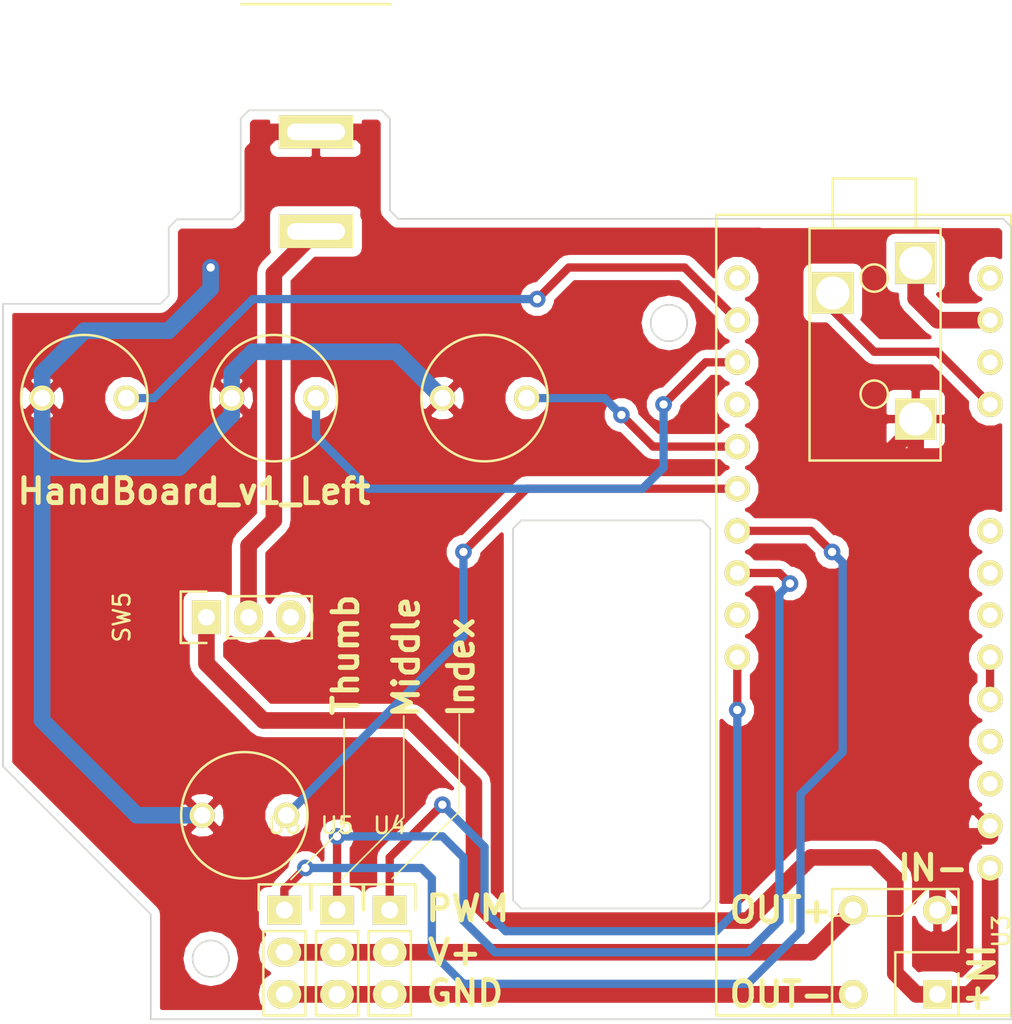
<source format=kicad_pcb>
(kicad_pcb (version 4) (host pcbnew 4.0.1-stable)

  (general
    (links 27)
    (no_connects 0)
    (area 96.561099 85.319599 157.461101 140.209601)
    (thickness 1.6)
    (drawings 51)
    (tracks 141)
    (zones 0)
    (modules 12)
    (nets 25)
  )

  (page A4)
  (layers
    (0 F.Cu signal)
    (31 B.Cu signal)
    (32 B.Adhes user hide)
    (33 F.Adhes user hide)
    (34 B.Paste user hide)
    (35 F.Paste user hide)
    (36 B.SilkS user)
    (37 F.SilkS user)
    (38 B.Mask user hide)
    (39 F.Mask user hide)
    (40 Dwgs.User user hide)
    (41 Cmts.User user hide)
    (42 Eco1.User user hide)
    (43 Eco2.User user hide)
    (44 Edge.Cuts user)
    (45 Margin user hide)
    (46 B.CrtYd user hide)
    (47 F.CrtYd user hide)
    (48 B.Fab user hide)
    (49 F.Fab user hide)
  )

  (setup
    (last_trace_width 0.5)
    (user_trace_width 0.5)
    (user_trace_width 1)
    (trace_clearance 0.2)
    (zone_clearance 0.508)
    (zone_45_only yes)
    (trace_min 0.2)
    (segment_width 0.1)
    (edge_width 0.1)
    (via_size 1)
    (via_drill 0.5)
    (via_min_size 0.4)
    (via_min_drill 0.4)
    (user_via 1 0.4)
    (user_via 1.5 0.4)
    (uvia_size 0.3)
    (uvia_drill 0.1)
    (uvias_allowed no)
    (uvia_min_size 0.2)
    (uvia_min_drill 0.1)
    (pcb_text_width 0.3)
    (pcb_text_size 1.5 1.5)
    (mod_edge_width 0.15)
    (mod_text_size 1 1)
    (mod_text_width 0.15)
    (pad_size 2 4.5)
    (pad_drill 1)
    (pad_to_mask_clearance 0.1)
    (solder_mask_min_width 0.1)
    (aux_axis_origin 157.4711 80.7836)
    (grid_origin 156.1211 84.6836)
    (visible_elements 7FFCDE09)
    (pcbplotparams
      (layerselection 0x010f0_80000001)
      (usegerberextensions true)
      (excludeedgelayer true)
      (linewidth 0.100000)
      (plotframeref false)
      (viasonmask false)
      (mode 1)
      (useauxorigin false)
      (hpglpennumber 1)
      (hpglpenspeed 20)
      (hpglpendiameter 15)
      (hpglpenoverlay 2)
      (psnegative false)
      (psa4output false)
      (plotreference false)
      (plotvalue false)
      (plotinvisibletext false)
      (padsonsilk false)
      (subtractmaskfromsilk false)
      (outputformat 1)
      (mirror false)
      (drillshape 0)
      (scaleselection 1)
      (outputdirectory 160229HandBoard_v1_2/))
  )

  (net 0 "")
  (net 1 "Net-(CON1-Pad1)")
  (net 2 "Net-(SW5-Pad1)")
  (net 3 "Net-(SW5-Pad3)")
  (net 4 "Net-(U1-Pad4)")
  (net 5 "Net-(U1-Pad2)")
  (net 6 "Net-(U2-Pad5V)")
  (net 7 "Net-(U2-PadNC)")
  (net 8 "Net-(U2-Pad13)")
  (net 9 "Net-(U2-Pad3)")
  (net 10 "Net-(U2-Pad5)")
  (net 11 "Net-(U2-Pad6)")
  (net 12 "Net-(U2-Pad12)")
  (net 13 "Net-(U3-Pad3)")
  (net 14 "Net-(U3-Pad4)")
  (net 15 "Net-(SW1:MAX1-Pad2)")
  (net 16 "Net-(CON1-Pad2)")
  (net 17 /SW_OPEN)
  (net 18 /SW_MODE)
  (net 19 /SW_PINCH)
  (net 20 "Net-(U2-PadA3)")
  (net 21 "Net-(U2-PadA4)")
  (net 22 "Net-(U2-PadA5)")
  (net 23 "Net-(U2-PadA6)")
  (net 24 "Net-(U2-PadRST)")

  (net_class Default "これは標準のネット クラスです。"
    (clearance 0.2)
    (trace_width 0.5)
    (via_dia 1)
    (via_drill 0.5)
    (uvia_dia 0.3)
    (uvia_drill 0.1)
    (add_net /SW_MODE)
    (add_net /SW_OPEN)
    (add_net /SW_PINCH)
    (add_net "Net-(CON1-Pad1)")
    (add_net "Net-(CON1-Pad2)")
    (add_net "Net-(SW1:MAX1-Pad2)")
    (add_net "Net-(SW5-Pad1)")
    (add_net "Net-(SW5-Pad3)")
    (add_net "Net-(U1-Pad2)")
    (add_net "Net-(U1-Pad4)")
    (add_net "Net-(U2-Pad12)")
    (add_net "Net-(U2-Pad13)")
    (add_net "Net-(U2-Pad3)")
    (add_net "Net-(U2-Pad5)")
    (add_net "Net-(U2-Pad5V)")
    (add_net "Net-(U2-Pad6)")
    (add_net "Net-(U2-PadA3)")
    (add_net "Net-(U2-PadA4)")
    (add_net "Net-(U2-PadA5)")
    (add_net "Net-(U2-PadA6)")
    (add_net "Net-(U2-PadNC)")
    (add_net "Net-(U2-PadRST)")
    (add_net "Net-(U3-Pad3)")
    (add_net "Net-(U3-Pad4)")
  )

  (net_class Custom01 ""
    (clearance 0.2)
    (trace_width 1)
    (via_dia 2)
    (via_drill 0.5)
    (uvia_dia 0.3)
    (uvia_drill 0.1)
  )

  (module HACKberry_v1:Arduino_Micro (layer F.Cu) (tedit 575568DF) (tstamp 57556C65)
    (at 148.5011 115.7986 180)
    (path /55C4A094)
    (fp_text reference U2 (at 0 0.5 180) (layer F.SilkS) hide
      (effects (font (size 1 1) (thickness 0.15)))
    )
    (fp_text value Arduino_Micro (at 0 -0.5 180) (layer F.Fab)
      (effects (font (size 1 1) (thickness 0.15)))
    )
    (fp_line (start -8.89 24.13) (end -8.89 -24.13) (layer F.SilkS) (width 0.15))
    (fp_line (start -8.89 -24.13) (end 8.89 -24.13) (layer F.SilkS) (width 0.15))
    (fp_line (start 8.89 -24.13) (end 8.89 24.13) (layer F.SilkS) (width 0.15))
    (fp_line (start 8.89 24.13) (end -8.89 24.13) (layer F.SilkS) (width 0.15))
    (pad 9 thru_hole circle (at 7.62 12.7 180) (size 1.524 1.524) (drill 0.9) (layers *.Cu *.Mask F.SilkS))
    (pad 3 thru_hole circle (at 7.62 -2.54 180) (size 1.524 1.524) (drill 0.9) (layers *.Cu *.Mask F.SilkS)
      (net 9 "Net-(U2-Pad3)"))
    (pad VIN thru_hole circle (at -7.62 -15.24 180) (size 1.524 1.524) (drill 0.9) (layers *.Cu *.Mask F.SilkS)
      (net 2 "Net-(SW5-Pad1)"))
    (pad GND thru_hole circle (at -7.62 -12.7 180) (size 1.524 1.524) (drill 0.9) (layers *.Cu *.Mask F.SilkS)
      (net 16 "Net-(CON1-Pad2)"))
    (pad RST thru_hole circle (at -7.62 -10.16 180) (size 1.524 1.524) (drill 0.9) (layers *.Cu *.Mask F.SilkS)
      (net 24 "Net-(U2-PadRST)"))
    (pad 5V thru_hole circle (at -7.62 -7.62 180) (size 1.524 1.524) (drill 0.9) (layers *.Cu *.Mask F.SilkS)
      (net 6 "Net-(U2-Pad5V)"))
    (pad NC thru_hole circle (at -7.62 -5.08 180) (size 1.524 1.524) (drill 0.9) (layers *.Cu *.Mask F.SilkS)
      (net 7 "Net-(U2-PadNC)"))
    (pad NC thru_hole circle (at -7.62 -2.54 180) (size 1.524 1.524) (drill 0.9) (layers *.Cu *.Mask F.SilkS)
      (net 7 "Net-(U2-PadNC)"))
    (pad 13 thru_hole circle (at -7.62 20.32 180) (size 1.524 1.524) (drill 0.9) (layers *.Cu *.Mask F.SilkS)
      (net 8 "Net-(U2-Pad13)"))
    (pad 3V3 thru_hole circle (at -7.62 17.78 180) (size 1.524 1.524) (drill 0.9) (layers *.Cu *.Mask F.SilkS)
      (net 5 "Net-(U1-Pad2)"))
    (pad AREF thru_hole circle (at -7.62 15.24 180) (size 1.524 1.524) (drill 0.9) (layers *.Cu *.Mask F.SilkS))
    (pad A0 thru_hole circle (at -7.62 12.7 180) (size 1.524 1.524) (drill 0.9) (layers *.Cu *.Mask F.SilkS)
      (net 4 "Net-(U1-Pad4)"))
    (pad A3 thru_hole circle (at -7.62 5.08 180) (size 1.524 1.524) (drill 0.9) (layers *.Cu *.Mask F.SilkS)
      (net 20 "Net-(U2-PadA3)"))
    (pad A4 thru_hole circle (at -7.62 2.54 180) (size 1.524 1.524) (drill 0.9) (layers *.Cu *.Mask F.SilkS)
      (net 21 "Net-(U2-PadA4)"))
    (pad A5 thru_hole circle (at -7.62 0 180) (size 1.524 1.524) (drill 0.9) (layers *.Cu *.Mask F.SilkS)
      (net 22 "Net-(U2-PadA5)"))
    (pad 3 thru_hole circle (at 7.62 -2.54 180) (size 1.524 1.524) (drill 0.762) (layers *.Cu *.Mask F.SilkS)
      (net 9 "Net-(U2-Pad3)"))
    (pad A6 thru_hole circle (at 7.62 0 180) (size 1.524 1.524) (drill 0.9) (layers *.Cu *.Mask F.SilkS)
      (net 23 "Net-(U2-PadA6)"))
    (pad 5 thru_hole circle (at 7.62 2.54 180) (size 1.524 1.524) (drill 0.9) (layers *.Cu *.Mask F.SilkS)
      (net 10 "Net-(U2-Pad5)"))
    (pad 6 thru_hole circle (at 7.62 5.08 180) (size 1.524 1.524) (drill 0.9) (layers *.Cu *.Mask F.SilkS)
      (net 11 "Net-(U2-Pad6)"))
    (pad 7 thru_hole circle (at 7.62 7.62 180) (size 1.524 1.524) (drill 0.9) (layers *.Cu *.Mask F.SilkS)
      (net 19 /SW_PINCH))
    (pad 8 thru_hole circle (at 7.62 10.16 180) (size 1.524 1.524) (drill 0.9) (layers *.Cu *.Mask F.SilkS)
      (net 18 /SW_MODE))
    (pad 10 thru_hole circle (at 7.62 15.24 180) (size 1.524 1.524) (drill 0.9) (layers *.Cu *.Mask F.SilkS)
      (net 17 /SW_OPEN))
    (pad 11 thru_hole circle (at 7.62 17.78 180) (size 1.524 1.524) (drill 0.9) (layers *.Cu *.Mask F.SilkS)
      (net 15 "Net-(SW1:MAX1-Pad2)"))
    (pad 12 thru_hole circle (at 7.62 20.32 180) (size 1.524 1.524) (drill 0.9) (layers *.Cu *.Mask F.SilkS)
      (net 12 "Net-(U2-Pad12)"))
  )

  (module HACKberry_v1:SKRGAQ0010 (layer F.Cu) (tedit 56333A90) (tstamp 55951BFF)
    (at 101.5111 102.7176 90)
    (path /555F3438)
    (fp_text reference SW1:MAX1 (at 0 5.08 90) (layer F.SilkS) hide
      (effects (font (size 1 1) (thickness 0.15)))
    )
    (fp_text value SW_PUSH_SKRGAQD010 (at 0 -5.08 90) (layer F.Fab)
      (effects (font (size 1 1) (thickness 0.15)))
    )
    (fp_circle (center 0 0) (end 0 -3.81) (layer F.SilkS) (width 0.15))
    (pad 1 thru_hole circle (at 0 -2.54 90) (size 1.524 1.524) (drill 1) (layers *.Cu *.Mask F.SilkS)
      (net 16 "Net-(CON1-Pad2)"))
    (pad 2 thru_hole circle (at 0 2.54 90) (size 1.524 1.524) (drill 1) (layers *.Cu *.Mask F.SilkS)
      (net 15 "Net-(SW1:MAX1-Pad2)"))
  )

  (module HACKberry_v1:SKRGAQ0010 (layer F.Cu) (tedit 56333A84) (tstamp 55951C05)
    (at 112.9411 102.7176 90)
    (path /555F3584)
    (fp_text reference SW2:MIN1 (at 0 5.08 90) (layer F.SilkS) hide
      (effects (font (size 1 1) (thickness 0.15)))
    )
    (fp_text value SW_PUSH_SKRGAQD010 (at 0 -5.08 90) (layer F.Fab)
      (effects (font (size 1 1) (thickness 0.15)))
    )
    (fp_circle (center 0 0) (end 0 -3.81) (layer F.SilkS) (width 0.15))
    (pad 1 thru_hole circle (at 0 -2.54 90) (size 1.524 1.524) (drill 1) (layers *.Cu *.Mask F.SilkS)
      (net 16 "Net-(CON1-Pad2)"))
    (pad 2 thru_hole circle (at 0 2.54 90) (size 1.524 1.524) (drill 1) (layers *.Cu *.Mask F.SilkS)
      (net 17 /SW_OPEN))
  )

  (module HACKberry_v1:SKRGAQ0010 (layer F.Cu) (tedit 56333A76) (tstamp 55951C0B)
    (at 125.6411 102.7176 90)
    (path /555F35CD)
    (fp_text reference SW3:Thumb1 (at 0 5.08 90) (layer F.SilkS) hide
      (effects (font (size 1 1) (thickness 0.15)))
    )
    (fp_text value SW_PUSH_SKRGAQD010 (at 0 -5.08 90) (layer F.Fab)
      (effects (font (size 1 1) (thickness 0.15)))
    )
    (fp_circle (center 0 0) (end 0 -3.81) (layer F.SilkS) (width 0.15))
    (pad 1 thru_hole circle (at 0 -2.54 90) (size 1.524 1.524) (drill 1) (layers *.Cu *.Mask F.SilkS)
      (net 16 "Net-(CON1-Pad2)"))
    (pad 2 thru_hole circle (at 0 2.54 90) (size 1.524 1.524) (drill 1) (layers *.Cu *.Mask F.SilkS)
      (net 18 /SW_MODE))
  )

  (module HACKberry_v1:SKRGAQ0010 (layer F.Cu) (tedit 5633399F) (tstamp 55951C11)
    (at 111.1631 127.8636 90)
    (path /55950644)
    (fp_text reference SW4:Middle1 (at 0 5.08 90) (layer F.SilkS) hide
      (effects (font (size 1 1) (thickness 0.15)))
    )
    (fp_text value SW_PUSH_SKRGAQD010 (at 0 -5.08 90) (layer F.Fab)
      (effects (font (size 1 1) (thickness 0.15)))
    )
    (fp_circle (center 0 0) (end 0 -3.81) (layer F.SilkS) (width 0.15))
    (pad 1 thru_hole circle (at 0 -2.54 90) (size 1.524 1.524) (drill 1) (layers *.Cu *.Mask F.SilkS)
      (net 16 "Net-(CON1-Pad2)"))
    (pad 2 thru_hole circle (at 0 2.54 90) (size 1.524 1.524) (drill 1) (layers *.Cu *.Mask F.SilkS)
      (net 19 /SW_PINCH))
  )

  (module Pin_Headers:Pin_Header_Straight_1x03 (layer F.Cu) (tedit 56333FF5) (tstamp 55951732)
    (at 108.8771 115.9256 90)
    (descr "Through hole pin header")
    (tags "pin header")
    (path /555F35ED)
    (fp_text reference SW5 (at 0 -5.1 90) (layer F.SilkS)
      (effects (font (size 1 1) (thickness 0.15)))
    )
    (fp_text value SWITCH_SS-12SDP2 (at 0 -3.1 90) (layer F.Fab)
      (effects (font (size 1 1) (thickness 0.15)))
    )
    (fp_line (start -1.75 -1.75) (end -1.75 6.85) (layer F.CrtYd) (width 0.05))
    (fp_line (start 1.75 -1.75) (end 1.75 6.85) (layer F.CrtYd) (width 0.05))
    (fp_line (start -1.75 -1.75) (end 1.75 -1.75) (layer F.CrtYd) (width 0.05))
    (fp_line (start -1.75 6.85) (end 1.75 6.85) (layer F.CrtYd) (width 0.05))
    (fp_line (start -1.27 1.27) (end -1.27 6.35) (layer F.SilkS) (width 0.15))
    (fp_line (start -1.27 6.35) (end 1.27 6.35) (layer F.SilkS) (width 0.15))
    (fp_line (start 1.27 6.35) (end 1.27 1.27) (layer F.SilkS) (width 0.15))
    (fp_line (start 1.55 -1.55) (end 1.55 0) (layer F.SilkS) (width 0.15))
    (fp_line (start 1.27 1.27) (end -1.27 1.27) (layer F.SilkS) (width 0.15))
    (fp_line (start -1.55 0) (end -1.55 -1.55) (layer F.SilkS) (width 0.15))
    (fp_line (start -1.55 -1.55) (end 1.55 -1.55) (layer F.SilkS) (width 0.15))
    (pad 1 thru_hole rect (at 0 0 90) (size 2.032 1.7272) (drill 1) (layers *.Cu *.Mask F.SilkS)
      (net 2 "Net-(SW5-Pad1)"))
    (pad 2 thru_hole oval (at 0 2.54 90) (size 2.032 1.7272) (drill 1) (layers *.Cu *.Mask F.SilkS)
      (net 1 "Net-(CON1-Pad1)"))
    (pad 3 thru_hole oval (at 0 5.08 90) (size 2.032 1.7272) (drill 1) (layers *.Cu *.Mask F.SilkS)
      (net 3 "Net-(SW5-Pad3)"))
    (model Pin_Headers.3dshapes/Pin_Header_Straight_1x03.wrl
      (at (xyz 0 -0.1 0))
      (scale (xyz 1 1 1))
      (rotate (xyz 0 0 90))
    )
  )

  (module HACKberry_v1:MJ179PH (layer F.Cu) (tedit 5755548F) (tstamp 575186F0)
    (at 115.4811 78.9686 270)
    (path /55C49688)
    (fp_text reference CON1 (at 13.7 3.75 270) (layer F.SilkS) hide
      (effects (font (size 1 1) (thickness 0.15)))
    )
    (fp_text value BARREL_JACK (at 13.5 -7.25 270) (layer F.Fab)
      (effects (font (size 1 1) (thickness 0.15)))
    )
    (fp_line (start 0 -4.5) (end 0 4.5) (layer F.SilkS) (width 0.15))
    (pad 2 thru_hole rect (at 7.7 0 270) (size 2 4.5) (drill oval 1 3.5) (layers *.Cu *.Mask F.SilkS)
      (net 16 "Net-(CON1-Pad2)"))
    (pad 1 thru_hole rect (at 13.7 0 270) (size 2 4.5) (drill oval 1 3.5) (layers *.Cu *.Mask F.SilkS)
      (net 1 "Net-(CON1-Pad1)"))
  )

  (module Pin_Headers:Pin_Header_Straight_1x03 (layer F.Cu) (tedit 0) (tstamp 57518722)
    (at 119.9261 133.5786)
    (descr "Through hole pin header")
    (tags "pin header")
    (path /55C4A9EF)
    (fp_text reference U4 (at 0 -5.1) (layer F.SilkS)
      (effects (font (size 1 1) (thickness 0.15)))
    )
    (fp_text value Servo_Motor_S03N (at 0 -3.1) (layer F.Fab)
      (effects (font (size 1 1) (thickness 0.15)))
    )
    (fp_line (start -1.75 -1.75) (end -1.75 6.85) (layer F.CrtYd) (width 0.05))
    (fp_line (start 1.75 -1.75) (end 1.75 6.85) (layer F.CrtYd) (width 0.05))
    (fp_line (start -1.75 -1.75) (end 1.75 -1.75) (layer F.CrtYd) (width 0.05))
    (fp_line (start -1.75 6.85) (end 1.75 6.85) (layer F.CrtYd) (width 0.05))
    (fp_line (start -1.27 1.27) (end -1.27 6.35) (layer F.SilkS) (width 0.15))
    (fp_line (start -1.27 6.35) (end 1.27 6.35) (layer F.SilkS) (width 0.15))
    (fp_line (start 1.27 6.35) (end 1.27 1.27) (layer F.SilkS) (width 0.15))
    (fp_line (start 1.55 -1.55) (end 1.55 0) (layer F.SilkS) (width 0.15))
    (fp_line (start 1.27 1.27) (end -1.27 1.27) (layer F.SilkS) (width 0.15))
    (fp_line (start -1.55 0) (end -1.55 -1.55) (layer F.SilkS) (width 0.15))
    (fp_line (start -1.55 -1.55) (end 1.55 -1.55) (layer F.SilkS) (width 0.15))
    (pad 1 thru_hole rect (at 0 0) (size 2.032 1.7272) (drill 1.016) (layers *.Cu *.Mask F.SilkS)
      (net 9 "Net-(U2-Pad3)"))
    (pad 2 thru_hole oval (at 0 2.54) (size 2.032 1.7272) (drill 1.016) (layers *.Cu *.Mask F.SilkS)
      (net 14 "Net-(U3-Pad4)"))
    (pad 3 thru_hole oval (at 0 5.08) (size 2.032 1.7272) (drill 1.016) (layers *.Cu *.Mask F.SilkS)
      (net 13 "Net-(U3-Pad3)"))
    (model Pin_Headers.3dshapes/Pin_Header_Straight_1x03.wrl
      (at (xyz 0 -0.1 0))
      (scale (xyz 1 1 1))
      (rotate (xyz 0 0 90))
    )
  )

  (module Pin_Headers:Pin_Header_Straight_1x03 (layer F.Cu) (tedit 0) (tstamp 57518729)
    (at 116.7511 133.5786)
    (descr "Through hole pin header")
    (tags "pin header")
    (path /55C4ACAA)
    (fp_text reference U5 (at 0 -5.1) (layer F.SilkS)
      (effects (font (size 1 1) (thickness 0.15)))
    )
    (fp_text value Servo_Motor_ES08MD (at 0 -3.1) (layer F.Fab)
      (effects (font (size 1 1) (thickness 0.15)))
    )
    (fp_line (start -1.75 -1.75) (end -1.75 6.85) (layer F.CrtYd) (width 0.05))
    (fp_line (start 1.75 -1.75) (end 1.75 6.85) (layer F.CrtYd) (width 0.05))
    (fp_line (start -1.75 -1.75) (end 1.75 -1.75) (layer F.CrtYd) (width 0.05))
    (fp_line (start -1.75 6.85) (end 1.75 6.85) (layer F.CrtYd) (width 0.05))
    (fp_line (start -1.27 1.27) (end -1.27 6.35) (layer F.SilkS) (width 0.15))
    (fp_line (start -1.27 6.35) (end 1.27 6.35) (layer F.SilkS) (width 0.15))
    (fp_line (start 1.27 6.35) (end 1.27 1.27) (layer F.SilkS) (width 0.15))
    (fp_line (start 1.55 -1.55) (end 1.55 0) (layer F.SilkS) (width 0.15))
    (fp_line (start 1.27 1.27) (end -1.27 1.27) (layer F.SilkS) (width 0.15))
    (fp_line (start -1.55 0) (end -1.55 -1.55) (layer F.SilkS) (width 0.15))
    (fp_line (start -1.55 -1.55) (end 1.55 -1.55) (layer F.SilkS) (width 0.15))
    (pad 1 thru_hole rect (at 0 0) (size 2.032 1.7272) (drill 1.016) (layers *.Cu *.Mask F.SilkS)
      (net 10 "Net-(U2-Pad5)"))
    (pad 2 thru_hole oval (at 0 2.54) (size 2.032 1.7272) (drill 1.016) (layers *.Cu *.Mask F.SilkS)
      (net 14 "Net-(U3-Pad4)"))
    (pad 3 thru_hole oval (at 0 5.08) (size 2.032 1.7272) (drill 1.016) (layers *.Cu *.Mask F.SilkS)
      (net 13 "Net-(U3-Pad3)"))
    (model Pin_Headers.3dshapes/Pin_Header_Straight_1x03.wrl
      (at (xyz 0 -0.1 0))
      (scale (xyz 1 1 1))
      (rotate (xyz 0 0 90))
    )
  )

  (module Pin_Headers:Pin_Header_Straight_1x03 (layer F.Cu) (tedit 0) (tstamp 57518730)
    (at 113.5761 133.5786)
    (descr "Through hole pin header")
    (tags "pin header")
    (path /55C4ACE8)
    (fp_text reference U6 (at 0 -5.1) (layer F.SilkS)
      (effects (font (size 1 1) (thickness 0.15)))
    )
    (fp_text value Servo_Motor_ES08MD (at 0 -3.1) (layer F.Fab)
      (effects (font (size 1 1) (thickness 0.15)))
    )
    (fp_line (start -1.75 -1.75) (end -1.75 6.85) (layer F.CrtYd) (width 0.05))
    (fp_line (start 1.75 -1.75) (end 1.75 6.85) (layer F.CrtYd) (width 0.05))
    (fp_line (start -1.75 -1.75) (end 1.75 -1.75) (layer F.CrtYd) (width 0.05))
    (fp_line (start -1.75 6.85) (end 1.75 6.85) (layer F.CrtYd) (width 0.05))
    (fp_line (start -1.27 1.27) (end -1.27 6.35) (layer F.SilkS) (width 0.15))
    (fp_line (start -1.27 6.35) (end 1.27 6.35) (layer F.SilkS) (width 0.15))
    (fp_line (start 1.27 6.35) (end 1.27 1.27) (layer F.SilkS) (width 0.15))
    (fp_line (start 1.55 -1.55) (end 1.55 0) (layer F.SilkS) (width 0.15))
    (fp_line (start 1.27 1.27) (end -1.27 1.27) (layer F.SilkS) (width 0.15))
    (fp_line (start -1.55 0) (end -1.55 -1.55) (layer F.SilkS) (width 0.15))
    (fp_line (start -1.55 -1.55) (end 1.55 -1.55) (layer F.SilkS) (width 0.15))
    (pad 1 thru_hole rect (at 0 0) (size 2.032 1.7272) (drill 1.016) (layers *.Cu *.Mask F.SilkS)
      (net 11 "Net-(U2-Pad6)"))
    (pad 2 thru_hole oval (at 0 2.54) (size 2.032 1.7272) (drill 1.016) (layers *.Cu *.Mask F.SilkS)
      (net 14 "Net-(U3-Pad4)"))
    (pad 3 thru_hole oval (at 0 5.08) (size 2.032 1.7272) (drill 1.016) (layers *.Cu *.Mask F.SilkS)
      (net 13 "Net-(U3-Pad3)"))
    (model Pin_Headers.3dshapes/Pin_Header_Straight_1x03.wrl
      (at (xyz 0 -0.1 0))
      (scale (xyz 1 1 1))
      (rotate (xyz 0 0 90))
    )
  )

  (module HACKberry_v1:Pin_Header_Straight_2x02_Left_DCDC (layer F.Cu) (tedit 575566D3) (tstamp 57556A42)
    (at 151.6761 134.8486 270)
    (descr "Through hole pin header")
    (tags "pin header")
    (path /55C499A9)
    (fp_text reference U3 (at 0 -5.1 270) (layer F.SilkS)
      (effects (font (size 1 1) (thickness 0.15)))
    )
    (fp_text value "Seed_Studio_Adjustable_DC/DC_Power_Converter_(1.25V_-_35V/3A)" (at 0 -3.81 270) (layer F.Fab)
      (effects (font (size 1 1) (thickness 0.15)))
    )
    (fp_line (start 2.54 -2.54) (end 5.08 -2.54) (layer F.SilkS) (width 0.15))
    (fp_line (start 5.08 -2.54) (end 5.08 0) (layer F.SilkS) (width 0.15))
    (fp_line (start -2.54 -2.54) (end -2.54 5.08) (layer F.SilkS) (width 0.15))
    (fp_line (start -2.54 5.08) (end 5.08 5.08) (layer F.SilkS) (width 0.15))
    (fp_line (start 5.08 5.08) (end 5.08 1.27) (layer F.SilkS) (width 0.15))
    (fp_line (start 5.08 1.27) (end 1.27 1.27) (layer F.SilkS) (width 0.15))
    (fp_line (start 1.27 1.27) (end 1.27 -2.54) (layer F.SilkS) (width 0.15))
    (fp_line (start 1.27 -2.54) (end -2.54 -2.54) (layer F.SilkS) (width 0.15))
    (pad 1 thru_hole rect (at 3.81 -1.27 270) (size 1.7272 1.7272) (drill 1.016) (layers *.Cu *.Mask F.SilkS)
      (net 2 "Net-(SW5-Pad1)"))
    (pad 2 thru_hole oval (at -1.27 -1.27 270) (size 1.7272 1.7272) (drill 1.016) (layers *.Cu *.Mask F.SilkS)
      (net 16 "Net-(CON1-Pad2)"))
    (pad 3 thru_hole oval (at 3.81 3.81 270) (size 1.7272 1.7272) (drill 1.016) (layers *.Cu *.Mask F.SilkS)
      (net 13 "Net-(U3-Pad3)"))
    (pad 4 thru_hole oval (at -1.27 3.81 270) (size 1.7272 1.7272) (drill 1.016) (layers *.Cu *.Mask F.SilkS)
      (net 14 "Net-(U3-Pad4)"))
    (model Pin_Headers.3dshapes/Pin_Header_Straight_2x02.wrl
      (at (xyz 0.05 -0.05 0))
      (scale (xyz 1 1 1))
      (rotate (xyz 0 0 90))
    )
  )

  (module HACKberry_v1:MINIATURE_JACK_MJ-4535-3 (layer F.Cu) (tedit 56332A45) (tstamp 57556B87)
    (at 149.1361 95.4786 90)
    (path /55C4B2D6)
    (fp_text reference U1 (at 0 3.81 90) (layer F.SilkS) hide
      (effects (font (size 1 1) (thickness 0.15)))
    )
    (fp_text value 3-CONDUCTOR_MINIATUIRE_JACK_MJ-4535-3-RESCUE-HandBoard_v1 (at 0 -5 90) (layer F.Fab)
      (effects (font (size 1 1) (thickness 0.15)))
    )
    (fp_line (start 3 -3.9) (end -11 -3.9) (layer F.SilkS) (width 0.15))
    (fp_line (start -11 -3.9) (end -11 4) (layer F.SilkS) (width 0.15))
    (fp_line (start -11 4) (end 3 4) (layer F.SilkS) (width 0.15))
    (fp_line (start 3 4) (end 3 -3.9) (layer F.SilkS) (width 0.15))
    (fp_line (start 6 2.5) (end 3 2.5) (layer F.SilkS) (width 0.15))
    (fp_line (start 6 -2.5) (end 6 2.5) (layer F.SilkS) (width 0.15))
    (fp_line (start 3 -2.5) (end 6 -2.5) (layer F.SilkS) (width 0.15))
    (fp_circle (center -7 0) (end -6.8 0.8) (layer F.SilkS) (width 0.15))
    (fp_circle (center 0 0) (end -0.2 0.8) (layer F.SilkS) (width 0.15))
    (pad 4 thru_hole rect (at -0.9 -2.5 90) (size 2.5 2.5) (drill oval 2) (layers *.Cu *.Mask F.SilkS)
      (net 4 "Net-(U1-Pad4)"))
    (pad 2 thru_hole rect (at 0.9 2.5 90) (size 2.5 2.5) (drill oval 2) (layers *.Cu *.Mask F.SilkS)
      (net 5 "Net-(U1-Pad2)"))
    (pad 1 thru_hole rect (at -8.5 2.5 90) (size 2.5 2.5) (drill oval 2) (layers *.Cu *.Mask F.SilkS)
      (net 16 "Net-(CON1-Pad2)"))
  )

  (gr_line (start 124.1211 127.6336) (end 124.1211 121.7836) (angle 90) (layer F.SilkS) (width 0.1))
  (gr_line (start 120.0711 131.6836) (end 124.1211 127.6336) (angle 90) (layer F.SilkS) (width 0.1))
  (gr_line (start 120.7711 127.9836) (end 120.7711 121.8836) (angle 90) (layer F.SilkS) (width 0.1))
  (gr_line (start 117.0211 131.7336) (end 120.7711 127.9836) (angle 90) (layer F.SilkS) (width 0.1))
  (gr_line (start 117.1711 128.5336) (end 113.9711 131.7336) (angle 90) (layer F.SilkS) (width 0.1))
  (gr_line (start 117.1711 122.0336) (end 117.1711 128.5336) (angle 90) (layer F.SilkS) (width 0.1))
  (gr_text HandBoard_v1_Left (at 97.3211 108.3336) (layer F.SilkS)
    (effects (font (size 1.5 1.5) (thickness 0.3)) (justify left))
  )
  (gr_text IN- (at 150.4061 131.0386) (layer F.SilkS)
    (effects (font (size 1.5 1.5) (thickness 0.3)) (justify left))
  )
  (gr_text PWM (at 121.9711 133.4836) (layer F.SilkS)
    (effects (font (size 1.5 1.5) (thickness 0.3)) (justify left))
  )
  (gr_text V+ (at 122.0711 136.1336) (layer F.SilkS)
    (effects (font (size 1.5 1.5) (thickness 0.3)) (justify left))
  )
  (gr_text GND (at 121.9711 138.5836) (layer F.SilkS)
    (effects (font (size 1.5 1.5) (thickness 0.3)) (justify left))
  )
  (gr_text IN+ (at 155.4861 135.4836 270) (layer F.SilkS)
    (effects (font (size 1.5 1.5) (thickness 0.3)) (justify left))
  )
  (gr_line (start 150.7371 133.9296) (end 152.2871 132.3796) (angle 90) (layer F.SilkS) (width 0.1))
  (gr_line (start 146.4371 133.9296) (end 150.7371 133.9296) (angle 90) (layer F.SilkS) (width 0.1))
  (gr_text OUT- (at 140.2461 138.6586) (layer F.SilkS)
    (effects (font (size 1.5 1.5) (thickness 0.3)) (justify left))
  )
  (gr_text OUT+ (at 140.2461 133.5786) (layer F.SilkS)
    (effects (font (size 1.5 1.5) (thickness 0.3)) (justify left))
  )
  (gr_text Index (at 124.2211 115.7836 90) (layer F.SilkS)
    (effects (font (size 1.5 1.5) (thickness 0.3)) (justify right))
  )
  (gr_text Middle (at 120.9211 114.5336 90) (layer F.SilkS)
    (effects (font (size 1.5 1.5) (thickness 0.3)) (justify right))
  )
  (gr_text Thumb (at 117.2631 114.3936 90) (layer F.SilkS)
    (effects (font (size 1.5 1.5) (thickness 0.3)) (justify right))
  )
  (gr_line (start 119.9411 91.4096) (end 119.9411 85.8696) (angle 90) (layer Edge.Cuts) (width 0.1))
  (gr_line (start 111.4411 85.3696) (end 119.4411 85.3696) (angle 90) (layer Edge.Cuts) (width 0.1))
  (gr_line (start 119.9411 85.8696) (end 119.4411 85.3696) (angle 90) (layer Edge.Cuts) (width 0.1))
  (gr_line (start 110.9411 91.4396) (end 110.9411 85.8696) (angle 90) (layer Edge.Cuts) (width 0.1))
  (gr_line (start 110.9411 85.8696) (end 111.4411 85.3696) (angle 90) (layer Edge.Cuts) (width 0.1))
  (gr_line (start 107.1111 91.9396) (end 110.4411 91.9396) (angle 90) (layer Edge.Cuts) (width 0.1))
  (gr_line (start 110.4411 91.9396) (end 110.9411 91.4396) (angle 90) (layer Edge.Cuts) (width 0.1))
  (gr_line (start 106.6011 96.5396) (end 106.6011 92.4396) (angle 90) (layer Edge.Cuts) (width 0.1))
  (gr_line (start 107.1011 91.9396) (end 107.1111 91.9396) (angle 90) (layer Edge.Cuts) (width 0.1))
  (gr_line (start 106.6011 92.4396) (end 107.1011 91.9396) (angle 90) (layer Edge.Cuts) (width 0.1))
  (gr_line (start 96.6111 97.0296) (end 106.1111 97.0296) (angle 90) (layer Edge.Cuts) (width 0.1))
  (gr_line (start 106.1111 97.0296) (end 106.6011 96.5396) (angle 90) (layer Edge.Cuts) (width 0.1))
  (gr_circle (center 148.5711 118.4836) (end 148.6211 117.6336) (layer Eco1.User) (width 0.1))
  (gr_circle (center 148.5711 125.4836) (end 148.5711 124.6336) (layer Eco1.User) (width 0.1))
  (gr_line (start 157.4111 140.1596) (end 105.5211 140.1596) (angle 90) (layer Edge.Cuts) (width 0.1))
  (gr_line (start 157.4111 92.4096) (end 157.4111 140.1596) (angle 90) (layer Edge.Cuts) (width 0.1))
  (gr_line (start 156.9111 91.9096) (end 157.4111 92.4096) (angle 90) (layer Edge.Cuts) (width 0.1))
  (gr_line (start 120.4411 91.9096) (end 156.9111 91.9096) (angle 90) (layer Edge.Cuts) (width 0.1))
  (gr_line (start 119.9411 91.4096) (end 120.4411 91.9096) (angle 90) (layer Edge.Cuts) (width 0.1))
  (gr_line (start 96.6111 124.9196) (end 96.6111 97.0296) (angle 90) (layer Edge.Cuts) (width 0.1))
  (gr_line (start 105.5211 133.8296) (end 96.6111 124.9196) (angle 90) (layer Edge.Cuts) (width 0.1))
  (gr_line (start 105.5211 140.1596) (end 105.5211 133.8296) (angle 90) (layer Edge.Cuts) (width 0.1))
  (gr_line (start 138.7611 133.4796) (end 127.8511 133.4796) (angle 90) (layer Edge.Cuts) (width 0.1))
  (gr_line (start 139.2511 132.9896) (end 138.7611 133.4796) (angle 90) (layer Edge.Cuts) (width 0.1))
  (gr_line (start 139.2511 110.5896) (end 139.2511 132.9896) (angle 90) (layer Edge.Cuts) (width 0.1))
  (gr_line (start 138.7511 110.0896) (end 139.2511 110.5896) (angle 90) (layer Edge.Cuts) (width 0.1))
  (gr_line (start 127.8511 110.0896) (end 138.7511 110.0896) (angle 90) (layer Edge.Cuts) (width 0.1))
  (gr_line (start 127.3611 110.5796) (end 127.8511 110.0896) (angle 90) (layer Edge.Cuts) (width 0.1))
  (gr_line (start 127.3611 132.9896) (end 127.3611 110.5796) (angle 90) (layer Edge.Cuts) (width 0.1))
  (gr_line (start 127.8511 133.4796) (end 127.3611 132.9896) (angle 90) (layer Edge.Cuts) (width 0.1))
  (gr_circle (center 136.7607 98.1868) (end 137.8607 98.1868) (layer Edge.Cuts) (width 0.1))
  (gr_circle (center 109.1407 136.5068) (end 110.2407 136.5068) (layer Edge.Cuts) (width 0.1))

  (segment (start 111.4171 115.9256) (end 111.4171 111.6076) (width 1) (layer F.Cu) (net 1))
  (segment (start 112.9411 95.2086) (end 115.4811 92.6686) (width 1) (layer F.Cu) (net 1) (tstamp 57556AC4))
  (segment (start 112.9411 110.0836) (end 112.9411 95.2086) (width 1) (layer F.Cu) (net 1) (tstamp 57556AC3))
  (segment (start 111.4171 111.6076) (end 112.9411 110.0836) (width 1) (layer F.Cu) (net 1) (tstamp 57556AC2))
  (segment (start 108.8771 115.9256) (end 108.8771 118.7196) (width 1) (layer F.Cu) (net 2))
  (segment (start 151.6761 138.6586) (end 152.9461 138.6586) (width 1) (layer F.Cu) (net 2) (tstamp 57556ABF))
  (segment (start 150.4061 137.3886) (end 151.6761 138.6586) (width 1) (layer F.Cu) (net 2) (tstamp 57556ABE))
  (segment (start 150.4061 131.6736) (end 150.4061 137.3886) (width 1) (layer F.Cu) (net 2) (tstamp 57556ABD))
  (segment (start 149.1361 130.4036) (end 150.4061 131.6736) (width 1) (layer F.Cu) (net 2) (tstamp 57556ABC))
  (segment (start 145.3261 130.4036) (end 149.1361 130.4036) (width 1) (layer F.Cu) (net 2) (tstamp 57556ABB))
  (segment (start 141.5161 134.2136) (end 145.3261 130.4036) (width 1) (layer F.Cu) (net 2) (tstamp 57556ABA))
  (segment (start 126.2761 134.2136) (end 141.5161 134.2136) (width 1) (layer F.Cu) (net 2) (tstamp 57556AB9))
  (segment (start 125.0061 132.9436) (end 126.2761 134.2136) (width 1) (layer F.Cu) (net 2) (tstamp 57556AB8))
  (segment (start 125.0061 125.9586) (end 125.0061 132.9436) (width 1) (layer F.Cu) (net 2) (tstamp 57556AB7))
  (segment (start 121.1961 122.1486) (end 125.0061 125.9586) (width 1) (layer F.Cu) (net 2) (tstamp 57556AB6))
  (segment (start 112.3061 122.1486) (end 121.1961 122.1486) (width 1) (layer F.Cu) (net 2) (tstamp 57556AB5))
  (segment (start 108.8771 118.7196) (end 112.3061 122.1486) (width 1) (layer F.Cu) (net 2) (tstamp 57556AB4))
  (segment (start 152.9461 138.6586) (end 154.8511 138.6586) (width 1) (layer F.Cu) (net 2))
  (segment (start 156.1211 137.3886) (end 156.1211 131.6736) (width 1) (layer F.Cu) (net 2) (tstamp 57556AA9))
  (segment (start 154.8511 138.6586) (end 156.1211 137.3886) (width 1) (layer F.Cu) (net 2) (tstamp 57556AA8))
  (segment (start 146.6361 96.3786) (end 146.6361 97.4236) (width 0.5) (layer F.Cu) (net 4))
  (segment (start 146.6361 97.4236) (end 149.1361 99.9236) (width 0.5) (layer F.Cu) (net 4) (tstamp 57556C9A))
  (segment (start 149.1361 99.9236) (end 152.9461 99.9236) (width 0.5) (layer F.Cu) (net 4) (tstamp 57556C9B))
  (segment (start 152.9461 99.9236) (end 156.1211 103.0986) (width 0.5) (layer F.Cu) (net 4) (tstamp 57556C9D))
  (segment (start 156.1211 98.0186) (end 152.9461 98.0186) (width 1) (layer F.Cu) (net 5))
  (segment (start 151.6361 96.7086) (end 151.6361 94.5786) (width 1) (layer F.Cu) (net 5) (tstamp 57556C97))
  (segment (start 152.9461 98.0186) (end 151.6361 96.7086) (width 1) (layer F.Cu) (net 5) (tstamp 57556C96))
  (segment (start 156.1211 118.3386) (end 156.1211 120.8786) (width 0.5) (layer F.Cu) (net 7))
  (segment (start 140.8811 118.3386) (end 140.8811 121.5136) (width 0.5) (layer F.Cu) (net 9))
  (segment (start 119.9261 130.4036) (end 119.9261 133.5786) (width 0.5) (layer F.Cu) (net 9) (tstamp 57556CED))
  (segment (start 123.1011 127.2286) (end 119.9261 130.4036) (width 0.5) (layer F.Cu) (net 9) (tstamp 57556CEC))
  (via (at 123.1011 127.2286) (size 1) (drill 0.5) (layers F.Cu B.Cu) (net 9))
  (segment (start 125.6411 129.7686) (end 123.1011 127.2286) (width 0.5) (layer B.Cu) (net 9) (tstamp 57556CE9))
  (segment (start 125.6411 133.5786) (end 125.6411 129.7686) (width 0.5) (layer B.Cu) (net 9) (tstamp 57556CE7))
  (segment (start 126.9111 134.8486) (end 125.6411 133.5786) (width 0.5) (layer B.Cu) (net 9) (tstamp 57556CE5))
  (segment (start 139.6111 134.8486) (end 126.9111 134.8486) (width 0.5) (layer B.Cu) (net 9) (tstamp 57556CE4))
  (segment (start 140.8811 133.5786) (end 139.6111 134.8486) (width 0.5) (layer B.Cu) (net 9) (tstamp 57556CE3))
  (segment (start 140.8811 121.5136) (end 140.8811 133.5786) (width 0.5) (layer B.Cu) (net 9) (tstamp 57556CE2))
  (via (at 140.8811 121.5136) (size 1) (drill 0.5) (layers F.Cu B.Cu) (net 9))
  (segment (start 120.5611 129.1336) (end 117.3861 129.1336) (width 0.5) (layer B.Cu) (net 10))
  (segment (start 143.4211 113.2586) (end 144.0561 113.8936) (width 0.5) (layer F.Cu) (net 10) (tstamp 57556D22))
  (via (at 144.0561 113.8936) (size 1) (drill 0.5) (layers F.Cu B.Cu) (net 10))
  (segment (start 144.0561 113.8936) (end 143.4211 114.5286) (width 0.5) (layer B.Cu) (net 10) (tstamp 57556D25))
  (segment (start 143.4211 114.5286) (end 143.4211 134.2136) (width 0.5) (layer B.Cu) (net 10) (tstamp 57556D26))
  (segment (start 143.4211 134.2136) (end 141.5161 136.1186) (width 0.5) (layer B.Cu) (net 10) (tstamp 57556D27))
  (segment (start 141.5161 136.1186) (end 126.2761 136.1186) (width 0.5) (layer B.Cu) (net 10) (tstamp 57556D28))
  (segment (start 126.2761 136.1186) (end 124.3711 134.2136) (width 0.5) (layer B.Cu) (net 10) (tstamp 57556D29))
  (segment (start 124.3711 134.2136) (end 124.3711 130.4036) (width 0.5) (layer B.Cu) (net 10) (tstamp 57556D2B))
  (segment (start 124.3711 130.4036) (end 123.1011 129.1336) (width 0.5) (layer B.Cu) (net 10) (tstamp 57556D2C))
  (segment (start 123.1011 129.1336) (end 120.5611 129.1336) (width 0.5) (layer B.Cu) (net 10) (tstamp 57556D2D))
  (segment (start 140.8811 113.2586) (end 143.4211 113.2586) (width 0.5) (layer F.Cu) (net 10))
  (segment (start 116.7511 129.1336) (end 116.7511 133.5786) (width 0.5) (layer F.Cu) (net 10) (tstamp 57556D43))
  (via (at 116.7511 129.1336) (size 1) (drill 0.5) (layers F.Cu B.Cu) (net 10))
  (segment (start 117.3861 129.1336) (end 116.7511 129.1336) (width 0.5) (layer B.Cu) (net 10) (tstamp 57556D40))
  (segment (start 140.8811 110.7186) (end 145.3261 110.7186) (width 0.5) (layer F.Cu) (net 11))
  (segment (start 113.5761 132.3086) (end 113.5761 133.5786) (width 0.5) (layer F.Cu) (net 11) (tstamp 57556D5A))
  (segment (start 114.8461 131.0386) (end 113.5761 132.3086) (width 0.5) (layer F.Cu) (net 11) (tstamp 57556D59))
  (via (at 114.8461 131.0386) (size 1) (drill 0.5) (layers F.Cu B.Cu) (net 11))
  (segment (start 121.8311 131.0386) (end 114.8461 131.0386) (width 0.5) (layer B.Cu) (net 11) (tstamp 57556D56))
  (segment (start 122.4661 131.6736) (end 121.8311 131.0386) (width 0.5) (layer B.Cu) (net 11) (tstamp 57556D55))
  (segment (start 122.4661 136.1186) (end 122.4661 131.6736) (width 0.5) (layer B.Cu) (net 11) (tstamp 57556D54))
  (segment (start 124.3711 138.0236) (end 122.4661 136.1186) (width 0.5) (layer B.Cu) (net 11) (tstamp 57556D53))
  (segment (start 141.5161 138.0236) (end 124.3711 138.0236) (width 0.5) (layer B.Cu) (net 11) (tstamp 57556D51))
  (segment (start 144.6911 134.8486) (end 141.5161 138.0236) (width 0.5) (layer B.Cu) (net 11) (tstamp 57556D4F))
  (segment (start 144.6911 126.5936) (end 144.6911 134.8486) (width 0.5) (layer B.Cu) (net 11) (tstamp 57556D4D))
  (segment (start 147.2311 124.0536) (end 144.6911 126.5936) (width 0.5) (layer B.Cu) (net 11) (tstamp 57556D4C))
  (segment (start 147.2311 112.6236) (end 147.2311 124.0536) (width 0.5) (layer B.Cu) (net 11) (tstamp 57556D4B))
  (segment (start 146.5961 111.9886) (end 147.2311 112.6236) (width 0.5) (layer B.Cu) (net 11) (tstamp 57556D4A))
  (via (at 146.5961 111.9886) (size 1) (drill 0.5) (layers F.Cu B.Cu) (net 11))
  (segment (start 145.3261 110.7186) (end 146.5961 111.9886) (width 0.5) (layer F.Cu) (net 11) (tstamp 57556D47))
  (segment (start 119.9261 138.6586) (end 147.8661 138.6586) (width 1) (layer F.Cu) (net 13))
  (segment (start 116.7511 138.6586) (end 147.8661 138.6586) (width 1) (layer F.Cu) (net 13))
  (segment (start 113.5761 138.6586) (end 147.8661 138.6586) (width 1) (layer F.Cu) (net 13))
  (segment (start 113.5761 136.1186) (end 116.7511 136.1186) (width 1) (layer F.Cu) (net 14))
  (segment (start 113.5761 136.1186) (end 119.9261 136.1186) (width 1) (layer F.Cu) (net 14))
  (segment (start 113.5761 136.1186) (end 145.3261 136.1186) (width 1) (layer F.Cu) (net 14))
  (segment (start 145.3261 136.1186) (end 147.8661 133.5786) (width 1) (layer F.Cu) (net 14) (tstamp 57556AAE))
  (segment (start 104.0511 102.7176) (end 105.7021 102.7176) (width 0.5) (layer B.Cu) (net 15))
  (segment (start 137.7061 94.8436) (end 140.8811 98.0186) (width 0.5) (layer F.Cu) (net 15) (tstamp 57556D91))
  (segment (start 130.7211 94.8436) (end 137.7061 94.8436) (width 0.5) (layer F.Cu) (net 15) (tstamp 57556D90))
  (segment (start 128.8161 96.7486) (end 130.7211 94.8436) (width 0.5) (layer F.Cu) (net 15) (tstamp 57556D8F))
  (via (at 128.8161 96.7486) (size 1) (drill 0.5) (layers F.Cu B.Cu) (net 15))
  (segment (start 111.6711 96.7486) (end 128.8161 96.7486) (width 0.5) (layer B.Cu) (net 15) (tstamp 57556D8B))
  (segment (start 105.7021 102.7176) (end 111.6711 96.7486) (width 0.5) (layer B.Cu) (net 15) (tstamp 57556D8A))
  (segment (start 98.9711 102.7176) (end 98.9711 101.1936) (width 1) (layer B.Cu) (net 16))
  (segment (start 112.8611 86.6686) (end 115.4811 86.6686) (width 1) (layer F.Cu) (net 16) (tstamp 57556D82))
  (segment (start 111.6711 87.8586) (end 112.8611 86.6686) (width 1) (layer F.Cu) (net 16) (tstamp 57556D81))
  (segment (start 111.6711 92.3036) (end 111.6711 87.8586) (width 1) (layer F.Cu) (net 16) (tstamp 57556D80))
  (segment (start 109.1311 94.8436) (end 111.6711 92.3036) (width 1) (layer F.Cu) (net 16) (tstamp 57556D7F))
  (via (at 109.1311 94.8436) (size 1) (drill 0.5) (layers F.Cu B.Cu) (net 16))
  (segment (start 109.1311 96.1136) (end 109.1311 94.8436) (width 1) (layer B.Cu) (net 16) (tstamp 57556D7C))
  (segment (start 106.5911 98.6536) (end 109.1311 96.1136) (width 1) (layer B.Cu) (net 16) (tstamp 57556D7B))
  (segment (start 101.5111 98.6536) (end 106.5911 98.6536) (width 1) (layer B.Cu) (net 16) (tstamp 57556D7A))
  (segment (start 98.9711 101.1936) (end 101.5111 98.6536) (width 1) (layer B.Cu) (net 16) (tstamp 57556D79))
  (segment (start 110.4011 102.7176) (end 110.4011 101.1936) (width 1) (layer B.Cu) (net 16))
  (segment (start 120.3071 99.9236) (end 123.1011 102.7176) (width 1) (layer B.Cu) (net 16) (tstamp 57556D76))
  (segment (start 111.6711 99.9236) (end 120.3071 99.9236) (width 1) (layer B.Cu) (net 16) (tstamp 57556D75))
  (segment (start 110.4011 101.1936) (end 111.6711 99.9236) (width 1) (layer B.Cu) (net 16) (tstamp 57556D74))
  (segment (start 110.4011 102.7176) (end 110.4011 103.7336) (width 1) (layer B.Cu) (net 16))
  (segment (start 107.2261 106.9086) (end 98.9711 106.9086) (width 1) (layer B.Cu) (net 16) (tstamp 57556D6F))
  (segment (start 110.4011 103.7336) (end 107.2261 106.9086) (width 1) (layer B.Cu) (net 16) (tstamp 57556D6E))
  (segment (start 98.9711 102.7176) (end 98.9711 106.9086) (width 1) (layer B.Cu) (net 16))
  (segment (start 98.9711 106.9086) (end 98.9711 122.1486) (width 1) (layer B.Cu) (net 16) (tstamp 57556D72))
  (segment (start 104.6861 127.8636) (end 108.6231 127.8636) (width 1) (layer B.Cu) (net 16) (tstamp 57556D6B))
  (segment (start 98.9711 122.1486) (end 104.6861 127.8636) (width 1) (layer B.Cu) (net 16) (tstamp 57556D69))
  (segment (start 151.6361 103.9786) (end 151.6361 104.4086) (width 1) (layer F.Cu) (net 16))
  (segment (start 151.6361 104.4086) (end 149.7711 106.2736) (width 1) (layer F.Cu) (net 16) (tstamp 57556CA1))
  (segment (start 119.9261 92.9386) (end 118.6561 91.6686) (width 1) (layer F.Cu) (net 16) (tstamp 57556CA9))
  (segment (start 118.6561 91.6686) (end 118.6561 87.2236) (width 1) (layer F.Cu) (net 16) (tstamp 57556AD8))
  (segment (start 118.6561 87.2236) (end 118.1011 86.6686) (width 1) (layer F.Cu) (net 16) (tstamp 57556AD9))
  (segment (start 118.1011 86.6686) (end 115.4811 86.6686) (width 1) (layer F.Cu) (net 16) (tstamp 57556ADA))
  (segment (start 149.7711 106.2736) (end 145.9611 106.2736) (width 1) (layer F.Cu) (net 16) (tstamp 57556CA2))
  (segment (start 145.9611 106.2736) (end 143.4211 103.7336) (width 1) (layer F.Cu) (net 16) (tstamp 57556CA3))
  (segment (start 143.4211 103.7336) (end 143.4211 94.2086) (width 1) (layer F.Cu) (net 16) (tstamp 57556CA4))
  (segment (start 143.4211 94.2086) (end 142.1511 92.9386) (width 1) (layer F.Cu) (net 16) (tstamp 57556CA5))
  (segment (start 142.1511 92.9386) (end 119.9261 92.9386) (width 1) (layer F.Cu) (net 16) (tstamp 57556CA6))
  (segment (start 115.4811 86.6686) (end 113.4961 86.6686) (width 1) (layer F.Cu) (net 16))
  (segment (start 151.6361 103.9786) (end 151.6361 129.0936) (width 1) (layer F.Cu) (net 16))
  (segment (start 151.6361 129.0936) (end 152.9461 130.4036) (width 1) (layer F.Cu) (net 16) (tstamp 57556AB1))
  (segment (start 152.9461 133.5786) (end 152.9461 130.4036) (width 1) (layer F.Cu) (net 16))
  (segment (start 154.2161 129.1336) (end 156.1211 129.1336) (width 1) (layer F.Cu) (net 16) (tstamp 57556AA5))
  (segment (start 152.9461 130.4036) (end 154.2161 129.1336) (width 1) (layer F.Cu) (net 16) (tstamp 57556AA4))
  (segment (start 140.8811 100.5586) (end 138.9761 100.5586) (width 0.5) (layer F.Cu) (net 17))
  (segment (start 115.4811 105.0036) (end 115.4811 102.7176) (width 0.5) (layer B.Cu) (net 17) (tstamp 57556CBB))
  (segment (start 118.6561 108.1786) (end 115.4811 105.0036) (width 0.5) (layer B.Cu) (net 17) (tstamp 57556CB9))
  (segment (start 135.1661 108.1786) (end 118.6561 108.1786) (width 0.5) (layer B.Cu) (net 17) (tstamp 57556CB8))
  (segment (start 136.4361 106.9086) (end 135.1661 108.1786) (width 0.5) (layer B.Cu) (net 17) (tstamp 57556CB7))
  (segment (start 136.4361 103.0986) (end 136.4361 106.9086) (width 0.5) (layer B.Cu) (net 17) (tstamp 57556CB6))
  (via (at 136.4361 103.0986) (size 1) (drill 0.5) (layers F.Cu B.Cu) (net 17))
  (segment (start 138.9761 100.5586) (end 136.4361 103.0986) (width 0.5) (layer F.Cu) (net 17) (tstamp 57556CB4))
  (segment (start 140.8811 105.6386) (end 135.8011 105.6386) (width 0.5) (layer F.Cu) (net 18))
  (segment (start 132.8801 102.7176) (end 128.1811 102.7176) (width 0.5) (layer B.Cu) (net 18) (tstamp 57556CB0))
  (segment (start 133.8961 103.7336) (end 132.8801 102.7176) (width 0.5) (layer B.Cu) (net 18) (tstamp 57556CAF))
  (via (at 133.8961 103.7336) (size 1) (drill 0.5) (layers F.Cu B.Cu) (net 18))
  (segment (start 135.8011 105.6386) (end 133.8961 103.7336) (width 0.5) (layer F.Cu) (net 18) (tstamp 57556CAD))
  (segment (start 140.8811 108.1786) (end 128.1811 108.1786) (width 0.5) (layer F.Cu) (net 19))
  (segment (start 113.7031 127.8636) (end 113.7031 127.8636) (width 0.5) (layer B.Cu) (net 19) (tstamp 57556CD0))
  (segment (start 124.3711 117.0686) (end 113.7031 127.8636) (width 0.5) (layer B.Cu) (net 19) (tstamp 57556CCF))
  (segment (start 124.3711 111.9886) (end 124.3711 117.0686) (width 0.5) (layer B.Cu) (net 19) (tstamp 57556CCE))
  (via (at 124.3711 111.9886) (size 1) (drill 0.5) (layers F.Cu B.Cu) (net 19))
  (segment (start 128.1811 108.1786) (end 124.3711 111.9886) (width 0.5) (layer F.Cu) (net 19) (tstamp 57556CCA))

  (zone (net 16) (net_name "Net-(CON1-Pad2)") (layer F.Cu) (tstamp 57556D9B) (hatch edge 0.508)
    (connect_pads (clearance 0.508))
    (min_thickness 0.254)
    (fill yes (arc_segments 16) (thermal_gap 0.508) (thermal_bridge_width 0.508))
    (polygon
      (pts
        (xy 120.5611 91.6686) (xy 157.3911 91.6686) (xy 157.3911 139.9286) (xy 105.3211 139.9286) (xy 105.3211 133.5786)
        (xy 96.4311 124.6886) (xy 96.4311 96.7486) (xy 105.9561 96.7486) (xy 106.5911 96.1136) (xy 106.5911 92.3036)
        (xy 107.2261 91.6686) (xy 110.4011 91.6686) (xy 111.0361 91.0336) (xy 111.0361 85.9536) (xy 111.6711 85.3186)
        (xy 119.2911 85.3186) (xy 119.9261 85.9536) (xy 119.9261 91.0336) (xy 120.5611 91.6686)
      )
    )
    (filled_polygon
      (pts
        (xy 112.5961 86.38285) (xy 112.75485 86.5416) (xy 115.3541 86.5416) (xy 115.3541 86.5216) (xy 115.6081 86.5216)
        (xy 115.6081 86.5416) (xy 118.20735 86.5416) (xy 118.3661 86.38285) (xy 118.3661 86.0546) (xy 119.157364 86.0546)
        (xy 119.2561 86.153336) (xy 119.2561 91.4096) (xy 119.308243 91.671738) (xy 119.456732 91.893968) (xy 119.956732 92.393968)
        (xy 120.178962 92.542457) (xy 120.4411 92.5946) (xy 156.627364 92.5946) (xy 156.7261 92.693336) (xy 156.7261 94.217168)
        (xy 156.4002 94.081843) (xy 155.844439 94.081358) (xy 155.330797 94.29359) (xy 154.937471 94.68623) (xy 154.724343 95.1995)
        (xy 154.723858 95.755261) (xy 154.93609 96.268903) (xy 155.32873 96.662229) (xy 155.536612 96.748549) (xy 155.330797 96.83359)
        (xy 155.2807 96.8836) (xy 153.416232 96.8836) (xy 152.989261 96.456629) (xy 153.121417 96.431762) (xy 153.337541 96.29269)
        (xy 153.482531 96.08049) (xy 153.53354 95.8286) (xy 153.53354 93.3286) (xy 153.489262 93.093283) (xy 153.35019 92.877159)
        (xy 153.13799 92.732169) (xy 152.8861 92.68116) (xy 150.3861 92.68116) (xy 150.150783 92.725438) (xy 149.934659 92.86451)
        (xy 149.789669 93.07671) (xy 149.73866 93.3286) (xy 149.73866 95.8286) (xy 149.782938 96.063917) (xy 149.92201 96.280041)
        (xy 150.13421 96.425031) (xy 150.3861 96.47604) (xy 150.5011 96.47604) (xy 150.5011 96.7086) (xy 150.587497 97.142946)
        (xy 150.607216 97.172457) (xy 150.833534 97.511166) (xy 152.143534 98.821166) (xy 152.468947 99.0386) (xy 149.502679 99.0386)
        (xy 148.42653 97.96245) (xy 148.482531 97.88049) (xy 148.53354 97.6286) (xy 148.53354 95.1286) (xy 148.489262 94.893283)
        (xy 148.35019 94.677159) (xy 148.13799 94.532169) (xy 147.8861 94.48116) (xy 145.3861 94.48116) (xy 145.150783 94.525438)
        (xy 144.934659 94.66451) (xy 144.789669 94.87671) (xy 144.73866 95.1286) (xy 144.73866 97.6286) (xy 144.782938 97.863917)
        (xy 144.92201 98.080041) (xy 145.13421 98.225031) (xy 145.3861 98.27604) (xy 146.23696 98.27604) (xy 148.510308 100.549387)
        (xy 148.51031 100.54939) (xy 148.797425 100.741233) (xy 148.853616 100.75241) (xy 149.1361 100.808601) (xy 149.136105 100.8086)
        (xy 152.57952 100.8086) (xy 154.724226 102.953305) (xy 154.723858 103.375261) (xy 154.93609 103.888903) (xy 155.32873 104.282229)
        (xy 155.842 104.495357) (xy 156.397761 104.495842) (xy 156.7261 104.360175) (xy 156.7261 109.457168) (xy 156.4002 109.321843)
        (xy 155.844439 109.321358) (xy 155.330797 109.53359) (xy 154.937471 109.92623) (xy 154.724343 110.4395) (xy 154.723858 110.995261)
        (xy 154.93609 111.508903) (xy 155.32873 111.902229) (xy 155.536612 111.988549) (xy 155.330797 112.07359) (xy 154.937471 112.46623)
        (xy 154.724343 112.9795) (xy 154.723858 113.535261) (xy 154.93609 114.048903) (xy 155.32873 114.442229) (xy 155.536612 114.528549)
        (xy 155.330797 114.61359) (xy 154.937471 115.00623) (xy 154.724343 115.5195) (xy 154.723858 116.075261) (xy 154.93609 116.588903)
        (xy 155.32873 116.982229) (xy 155.536612 117.068549) (xy 155.330797 117.15359) (xy 154.937471 117.54623) (xy 154.724343 118.0595)
        (xy 154.723858 118.615261) (xy 154.93609 119.128903) (xy 155.2361 119.429437) (xy 155.2361 119.788122) (xy 154.937471 120.08623)
        (xy 154.724343 120.5995) (xy 154.723858 121.155261) (xy 154.93609 121.668903) (xy 155.32873 122.062229) (xy 155.536612 122.148549)
        (xy 155.330797 122.23359) (xy 154.937471 122.62623) (xy 154.724343 123.1395) (xy 154.723858 123.695261) (xy 154.93609 124.208903)
        (xy 155.32873 124.602229) (xy 155.536612 124.688549) (xy 155.330797 124.77359) (xy 154.937471 125.16623) (xy 154.724343 125.6795)
        (xy 154.723858 126.235261) (xy 154.93609 126.748903) (xy 155.32873 127.142229) (xy 155.520827 127.221995) (xy 155.389957 127.276203)
        (xy 155.320492 127.518387) (xy 156.1211 128.318995) (xy 156.135243 128.304853) (xy 156.314848 128.484458) (xy 156.300705 128.4986)
        (xy 156.314848 128.512743) (xy 156.135243 128.692348) (xy 156.1211 128.678205) (xy 155.320492 129.478813) (xy 155.389957 129.720997)
        (xy 155.530418 129.771109) (xy 155.330797 129.85359) (xy 154.937471 130.24623) (xy 154.724343 130.7595) (xy 154.723858 131.315261)
        (xy 154.93609 131.828903) (xy 154.9861 131.879) (xy 154.9861 136.918468) (xy 154.386247 137.518321) (xy 154.27379 137.343559)
        (xy 154.06159 137.198569) (xy 153.8097 137.14756) (xy 152.0825 137.14756) (xy 151.847183 137.191838) (xy 151.827278 137.204646)
        (xy 151.5411 136.918468) (xy 151.5411 134.044242) (xy 151.739279 134.46709) (xy 152.171153 134.861288) (xy 152.587074 135.033558)
        (xy 152.8191 134.912417) (xy 152.8191 133.7056) (xy 153.0731 133.7056) (xy 153.0731 134.912417) (xy 153.305126 135.033558)
        (xy 153.721047 134.861288) (xy 154.152921 134.46709) (xy 154.401068 133.937627) (xy 154.280569 133.7056) (xy 153.0731 133.7056)
        (xy 152.8191 133.7056) (xy 152.7991 133.7056) (xy 152.7991 133.4516) (xy 152.8191 133.4516) (xy 152.8191 132.244783)
        (xy 153.0731 132.244783) (xy 153.0731 133.4516) (xy 154.280569 133.4516) (xy 154.401068 133.219573) (xy 154.152921 132.69011)
        (xy 153.721047 132.295912) (xy 153.305126 132.123642) (xy 153.0731 132.244783) (xy 152.8191 132.244783) (xy 152.587074 132.123642)
        (xy 152.171153 132.295912) (xy 151.739279 132.69011) (xy 151.5411 133.112958) (xy 151.5411 131.6736) (xy 151.454703 131.239254)
        (xy 151.208666 130.871034) (xy 149.938666 129.601034) (xy 149.815295 129.5186) (xy 149.570446 129.354997) (xy 149.1361 129.2686)
        (xy 145.3261 129.2686) (xy 144.891755 129.354996) (xy 144.523534 129.601034) (xy 141.045968 133.0786) (xy 139.918397 133.0786)
        (xy 139.9361 132.9896) (xy 139.9361 128.290902) (xy 154.711956 128.290902) (xy 154.739738 128.845968) (xy 154.898703 129.229743)
        (xy 155.140887 129.299208) (xy 155.941495 128.4986) (xy 155.140887 127.697992) (xy 154.898703 127.767457) (xy 154.711956 128.290902)
        (xy 139.9361 128.290902) (xy 139.9361 122.173484) (xy 140.237335 122.475245) (xy 140.654344 122.648403) (xy 141.105875 122.648797)
        (xy 141.523186 122.476367) (xy 141.842745 122.157365) (xy 142.015903 121.740356) (xy 142.016297 121.288825) (xy 141.843867 120.871514)
        (xy 141.7661 120.793611) (xy 141.7661 119.429078) (xy 142.064729 119.13097) (xy 142.277857 118.6177) (xy 142.278342 118.061939)
        (xy 142.06611 117.548297) (xy 141.67347 117.154971) (xy 141.465588 117.068651) (xy 141.671403 116.98361) (xy 142.064729 116.59097)
        (xy 142.277857 116.0777) (xy 142.278342 115.521939) (xy 142.06611 115.008297) (xy 141.67347 114.614971) (xy 141.465588 114.528651)
        (xy 141.671403 114.44361) (xy 141.971937 114.1436) (xy 142.931326 114.1436) (xy 143.093333 114.535686) (xy 143.412335 114.855245)
        (xy 143.829344 115.028403) (xy 144.280875 115.028797) (xy 144.698186 114.856367) (xy 145.017745 114.537365) (xy 145.190903 114.120356)
        (xy 145.191297 113.668825) (xy 145.018867 113.251514) (xy 144.699865 112.931955) (xy 144.282856 112.758797) (xy 144.172781 112.758701)
        (xy 144.04689 112.63281) (xy 143.800677 112.468297) (xy 143.759775 112.440967) (xy 143.703584 112.42979) (xy 143.4211 112.373599)
        (xy 143.421095 112.3736) (xy 141.971578 112.3736) (xy 141.67347 112.074971) (xy 141.465588 111.988651) (xy 141.671403 111.90361)
        (xy 141.971937 111.6036) (xy 144.95952 111.6036) (xy 145.460997 112.105077) (xy 145.460903 112.213375) (xy 145.633333 112.630686)
        (xy 145.952335 112.950245) (xy 146.369344 113.123403) (xy 146.820875 113.123797) (xy 147.238186 112.951367) (xy 147.557745 112.632365)
        (xy 147.730903 112.215356) (xy 147.731297 111.763825) (xy 147.558867 111.346514) (xy 147.239865 111.026955) (xy 146.822856 110.853797)
        (xy 146.71278 110.853701) (xy 145.95189 110.09281) (xy 145.938106 110.0836) (xy 145.664775 109.900967) (xy 145.608584 109.88979)
        (xy 145.3261 109.833599) (xy 145.326095 109.8336) (xy 141.971578 109.8336) (xy 141.67347 109.534971) (xy 141.465588 109.448651)
        (xy 141.671403 109.36361) (xy 142.064729 108.97097) (xy 142.277857 108.4577) (xy 142.278342 107.901939) (xy 142.06611 107.388297)
        (xy 141.67347 106.994971) (xy 141.465588 106.908651) (xy 141.671403 106.82361) (xy 142.064729 106.43097) (xy 142.277857 105.9177)
        (xy 142.278342 105.361939) (xy 142.06611 104.848297) (xy 141.67347 104.454971) (xy 141.465588 104.368651) (xy 141.671403 104.28361)
        (xy 141.690696 104.26435) (xy 149.7511 104.26435) (xy 149.7511 105.354909) (xy 149.847773 105.588298) (xy 150.026401 105.766927)
        (xy 150.25979 105.8636) (xy 151.35035 105.8636) (xy 151.5091 105.70485) (xy 151.5091 104.1056) (xy 151.7631 104.1056)
        (xy 151.7631 105.70485) (xy 151.92185 105.8636) (xy 153.01241 105.8636) (xy 153.245799 105.766927) (xy 153.424427 105.588298)
        (xy 153.5211 105.354909) (xy 153.5211 104.26435) (xy 153.36235 104.1056) (xy 151.7631 104.1056) (xy 151.5091 104.1056)
        (xy 149.90985 104.1056) (xy 149.7511 104.26435) (xy 141.690696 104.26435) (xy 142.064729 103.89097) (xy 142.277857 103.3777)
        (xy 142.278342 102.821939) (xy 142.187586 102.602291) (xy 149.7511 102.602291) (xy 149.7511 103.69285) (xy 149.90985 103.8516)
        (xy 151.5091 103.8516) (xy 151.5091 102.25235) (xy 151.7631 102.25235) (xy 151.7631 103.8516) (xy 153.36235 103.8516)
        (xy 153.5211 103.69285) (xy 153.5211 102.602291) (xy 153.424427 102.368902) (xy 153.245799 102.190273) (xy 153.01241 102.0936)
        (xy 151.92185 102.0936) (xy 151.7631 102.25235) (xy 151.5091 102.25235) (xy 151.35035 102.0936) (xy 150.25979 102.0936)
        (xy 150.026401 102.190273) (xy 149.847773 102.368902) (xy 149.7511 102.602291) (xy 142.187586 102.602291) (xy 142.06611 102.308297)
        (xy 141.67347 101.914971) (xy 141.465588 101.828651) (xy 141.671403 101.74361) (xy 142.064729 101.35097) (xy 142.277857 100.8377)
        (xy 142.278342 100.281939) (xy 142.06611 99.768297) (xy 141.67347 99.374971) (xy 141.465588 99.288651) (xy 141.671403 99.20361)
        (xy 142.064729 98.81097) (xy 142.277857 98.2977) (xy 142.278342 97.741939) (xy 142.06611 97.228297) (xy 141.67347 96.834971)
        (xy 141.465588 96.748651) (xy 141.671403 96.66361) (xy 142.064729 96.27097) (xy 142.277857 95.7577) (xy 142.278342 95.201939)
        (xy 142.06611 94.688297) (xy 141.67347 94.294971) (xy 141.1602 94.081843) (xy 140.604439 94.081358) (xy 140.090797 94.29359)
        (xy 139.697471 94.68623) (xy 139.484343 95.1995) (xy 139.484194 95.370114) (xy 138.33189 94.21781) (xy 138.204498 94.13269)
        (xy 138.044775 94.025967) (xy 137.988584 94.01479) (xy 137.7061 93.958599) (xy 137.706095 93.9586) (xy 130.721105 93.9586)
        (xy 130.7211 93.958599) (xy 130.438616 94.01479) (xy 130.382425 94.025967) (xy 130.09531 94.21781) (xy 130.095308 94.217813)
        (xy 128.699623 95.613497) (xy 128.591325 95.613403) (xy 128.174014 95.785833) (xy 127.854455 96.104835) (xy 127.681297 96.521844)
        (xy 127.680903 96.973375) (xy 127.853333 97.390686) (xy 128.172335 97.710245) (xy 128.589344 97.883403) (xy 129.040875 97.883797)
        (xy 129.458186 97.711367) (xy 129.777745 97.392365) (xy 129.950903 96.975356) (xy 129.950999 96.865281) (xy 131.087679 95.7286)
        (xy 137.33952 95.7286) (xy 139.484226 97.873305) (xy 139.483858 98.295261) (xy 139.69609 98.808903) (xy 140.08873 99.202229)
        (xy 140.296612 99.288549) (xy 140.090797 99.37359) (xy 139.790263 99.6736) (xy 138.9761 99.6736) (xy 138.637425 99.740967)
        (xy 138.35031 99.93281) (xy 138.350308 99.932813) (xy 136.319623 101.963497) (xy 136.211325 101.963403) (xy 135.794014 102.135833)
        (xy 135.474455 102.454835) (xy 135.301297 102.871844) (xy 135.300903 103.323375) (xy 135.473333 103.740686) (xy 135.792335 104.060245)
        (xy 136.209344 104.233403) (xy 136.660875 104.233797) (xy 137.078186 104.061367) (xy 137.397745 103.742365) (xy 137.570903 103.325356)
        (xy 137.570999 103.215281) (xy 139.342679 101.4436) (xy 139.790622 101.4436) (xy 140.08873 101.742229) (xy 140.296612 101.828549)
        (xy 140.090797 101.91359) (xy 139.697471 102.30623) (xy 139.484343 102.8195) (xy 139.483858 103.375261) (xy 139.69609 103.888903)
        (xy 140.08873 104.282229) (xy 140.296612 104.368549) (xy 140.090797 104.45359) (xy 139.790263 104.7536) (xy 136.167679 104.7536)
        (xy 135.031203 103.617123) (xy 135.031297 103.508825) (xy 134.858867 103.091514) (xy 134.539865 102.771955) (xy 134.122856 102.598797)
        (xy 133.671325 102.598403) (xy 133.254014 102.770833) (xy 132.934455 103.089835) (xy 132.761297 103.506844) (xy 132.760903 103.958375)
        (xy 132.933333 104.375686) (xy 133.252335 104.695245) (xy 133.669344 104.868403) (xy 133.779419 104.868499) (xy 135.175308 106.264387)
        (xy 135.17531 106.26439) (xy 135.462425 106.456233) (xy 135.518616 106.46741) (xy 135.8011 106.523601) (xy 135.801105 106.5236)
        (xy 139.790622 106.5236) (xy 140.08873 106.822229) (xy 140.296612 106.908549) (xy 140.090797 106.99359) (xy 139.790263 107.2936)
        (xy 128.181105 107.2936) (xy 128.1811 107.293599) (xy 127.898616 107.34979) (xy 127.842425 107.360967) (xy 127.55531 107.55281)
        (xy 127.555308 107.552813) (xy 124.254623 110.853497) (xy 124.146325 110.853403) (xy 123.729014 111.025833) (xy 123.409455 111.344835)
        (xy 123.236297 111.761844) (xy 123.235903 112.213375) (xy 123.408333 112.630686) (xy 123.727335 112.950245) (xy 124.144344 113.123403)
        (xy 124.595875 113.123797) (xy 125.013186 112.951367) (xy 125.332745 112.632365) (xy 125.505903 112.215356) (xy 125.505999 112.105281)
        (xy 126.6761 110.93518) (xy 126.6761 132.9896) (xy 126.680785 133.013153) (xy 126.1411 132.473468) (xy 126.1411 125.9586)
        (xy 126.086069 125.681939) (xy 126.054704 125.524255) (xy 125.808666 125.156034) (xy 121.998666 121.346034) (xy 121.910082 121.286844)
        (xy 121.630446 121.099997) (xy 121.1961 121.0136) (xy 112.776232 121.0136) (xy 110.0121 118.249468) (xy 110.0121 117.521543)
        (xy 110.192141 117.40569) (xy 110.337131 117.19349) (xy 110.3455 117.152161) (xy 110.35743 117.170015) (xy 110.843611 117.494871)
        (xy 111.4171 117.608945) (xy 111.990589 117.494871) (xy 112.47677 117.170015) (xy 112.6871 116.855234) (xy 112.89743 117.170015)
        (xy 113.383611 117.494871) (xy 113.9571 117.608945) (xy 114.530589 117.494871) (xy 115.01677 117.170015) (xy 115.341626 116.683834)
        (xy 115.4557 116.110345) (xy 115.4557 115.740855) (xy 115.341626 115.167366) (xy 115.01677 114.681185) (xy 114.530589 114.356329)
        (xy 113.9571 114.242255) (xy 113.383611 114.356329) (xy 112.89743 114.681185) (xy 112.6871 114.995966) (xy 112.5521 114.793924)
        (xy 112.5521 112.077732) (xy 113.743666 110.886167) (xy 113.989703 110.517946) (xy 114.022764 110.351738) (xy 114.0761 110.0836)
        (xy 114.0761 102.994261) (xy 114.083858 102.994261) (xy 114.29609 103.507903) (xy 114.68873 103.901229) (xy 115.202 104.114357)
        (xy 115.757761 104.114842) (xy 116.271403 103.90261) (xy 116.476557 103.697813) (xy 122.300492 103.697813) (xy 122.369957 103.939997)
        (xy 122.893402 104.126744) (xy 123.448468 104.098962) (xy 123.832243 103.939997) (xy 123.901708 103.697813) (xy 123.1011 102.897205)
        (xy 122.300492 103.697813) (xy 116.476557 103.697813) (xy 116.664729 103.50997) (xy 116.877857 102.9967) (xy 116.878281 102.509902)
        (xy 121.691956 102.509902) (xy 121.719738 103.064968) (xy 121.878703 103.448743) (xy 122.120887 103.518208) (xy 122.921495 102.7176)
        (xy 123.280705 102.7176) (xy 124.081313 103.518208) (xy 124.323497 103.448743) (xy 124.48564 102.994261) (xy 126.783858 102.994261)
        (xy 126.99609 103.507903) (xy 127.38873 103.901229) (xy 127.902 104.114357) (xy 128.457761 104.114842) (xy 128.971403 103.90261)
        (xy 129.364729 103.50997) (xy 129.577857 102.9967) (xy 129.578342 102.440939) (xy 129.36611 101.927297) (xy 128.97347 101.533971)
        (xy 128.4602 101.320843) (xy 127.904439 101.320358) (xy 127.390797 101.53259) (xy 126.997471 101.92523) (xy 126.784343 102.4385)
        (xy 126.783858 102.994261) (xy 124.48564 102.994261) (xy 124.510244 102.925298) (xy 124.482462 102.370232) (xy 124.323497 101.986457)
        (xy 124.081313 101.916992) (xy 123.280705 102.7176) (xy 122.921495 102.7176) (xy 122.120887 101.916992) (xy 121.878703 101.986457)
        (xy 121.691956 102.509902) (xy 116.878281 102.509902) (xy 116.878342 102.440939) (xy 116.66611 101.927297) (xy 116.476532 101.737387)
        (xy 122.300492 101.737387) (xy 123.1011 102.537995) (xy 123.901708 101.737387) (xy 123.832243 101.495203) (xy 123.308798 101.308456)
        (xy 122.753732 101.336238) (xy 122.369957 101.495203) (xy 122.300492 101.737387) (xy 116.476532 101.737387) (xy 116.27347 101.533971)
        (xy 115.7602 101.320843) (xy 115.204439 101.320358) (xy 114.690797 101.53259) (xy 114.297471 101.92523) (xy 114.084343 102.4385)
        (xy 114.083858 102.994261) (xy 114.0761 102.994261) (xy 114.0761 98.1868) (xy 134.9757 98.1868) (xy 135.111575 98.86989)
        (xy 135.498514 99.448986) (xy 136.07761 99.835925) (xy 136.7607 99.9718) (xy 137.44379 99.835925) (xy 138.022886 99.448986)
        (xy 138.409825 98.86989) (xy 138.5457 98.1868) (xy 138.409825 97.50371) (xy 138.022886 96.924614) (xy 137.44379 96.537675)
        (xy 136.7607 96.4018) (xy 136.07761 96.537675) (xy 135.498514 96.924614) (xy 135.111575 97.50371) (xy 134.9757 98.1868)
        (xy 114.0761 98.1868) (xy 114.0761 95.678732) (xy 115.438793 94.31604) (xy 117.7311 94.31604) (xy 117.966417 94.271762)
        (xy 118.182541 94.13269) (xy 118.327531 93.92049) (xy 118.37854 93.6686) (xy 118.37854 91.6686) (xy 118.334262 91.433283)
        (xy 118.19519 91.217159) (xy 117.98299 91.072169) (xy 117.7311 91.02116) (xy 113.2311 91.02116) (xy 112.995783 91.065438)
        (xy 112.779659 91.20451) (xy 112.634669 91.41671) (xy 112.58366 91.6686) (xy 112.58366 93.6686) (xy 112.627938 93.903917)
        (xy 112.632916 93.911652) (xy 112.138534 94.406034) (xy 111.892497 94.774254) (xy 111.8061 95.2086) (xy 111.8061 102.842504)
        (xy 111.782462 102.370232) (xy 111.623497 101.986457) (xy 111.381313 101.916992) (xy 110.580705 102.7176) (xy 111.381313 103.518208)
        (xy 111.623497 103.448743) (xy 111.8061 102.936913) (xy 111.8061 109.613467) (xy 110.614534 110.805034) (xy 110.368497 111.173254)
        (xy 110.2821 111.6076) (xy 110.2821 114.578302) (xy 110.20479 114.458159) (xy 109.99259 114.313169) (xy 109.7407 114.26216)
        (xy 108.0135 114.26216) (xy 107.778183 114.306438) (xy 107.562059 114.44551) (xy 107.417069 114.65771) (xy 107.36606 114.9096)
        (xy 107.36606 116.9416) (xy 107.410338 117.176917) (xy 107.54941 117.393041) (xy 107.7421 117.5247) (xy 107.7421 118.7196)
        (xy 107.828497 119.153946) (xy 108.047267 119.481358) (xy 108.074534 119.522166) (xy 111.503534 122.951166) (xy 111.871754 123.197203)
        (xy 112.3061 123.2836) (xy 120.725968 123.2836) (xy 123.684085 126.241717) (xy 123.327856 126.093797) (xy 122.876325 126.093403)
        (xy 122.459014 126.265833) (xy 122.139455 126.584835) (xy 121.966297 127.001844) (xy 121.966201 127.11192) (xy 119.30031 129.77781)
        (xy 119.108467 130.064925) (xy 119.108467 130.064926) (xy 119.041099 130.4036) (xy 119.0411 130.403605) (xy 119.0411 132.06756)
        (xy 118.9101 132.06756) (xy 118.674783 132.111838) (xy 118.458659 132.25091) (xy 118.337322 132.428493) (xy 118.23119 132.263559)
        (xy 118.01899 132.118569) (xy 117.7671 132.06756) (xy 117.6361 132.06756) (xy 117.6361 129.853876) (xy 117.712745 129.777365)
        (xy 117.885903 129.360356) (xy 117.886297 128.908825) (xy 117.713867 128.491514) (xy 117.394865 128.171955) (xy 116.977856 127.998797)
        (xy 116.526325 127.998403) (xy 116.109014 128.170833) (xy 115.789455 128.489835) (xy 115.616297 128.906844) (xy 115.615903 129.358375)
        (xy 115.788333 129.775686) (xy 115.8661 129.853589) (xy 115.8661 130.535028) (xy 115.808867 130.396514) (xy 115.489865 130.076955)
        (xy 115.072856 129.903797) (xy 114.621325 129.903403) (xy 114.204014 130.075833) (xy 113.884455 130.394835) (xy 113.711297 130.811844)
        (xy 113.711201 130.92192) (xy 112.95031 131.68281) (xy 112.758467 131.969925) (xy 112.758467 131.969926) (xy 112.739046 132.06756)
        (xy 112.5601 132.06756) (xy 112.324783 132.111838) (xy 112.108659 132.25091) (xy 111.963669 132.46311) (xy 111.91266 132.715)
        (xy 111.91266 134.4422) (xy 111.956938 134.677517) (xy 112.09601 134.893641) (xy 112.30821 135.038631) (xy 112.349539 135.047)
        (xy 112.331685 135.05893) (xy 112.006829 135.545111) (xy 111.892755 136.1186) (xy 112.006829 136.692089) (xy 112.331685 137.17827)
        (xy 112.646466 137.3886) (xy 112.331685 137.59893) (xy 112.006829 138.085111) (xy 111.892755 138.6586) (xy 112.006829 139.232089)
        (xy 112.16887 139.4746) (xy 106.2061 139.4746) (xy 106.2061 136.5068) (xy 107.3557 136.5068) (xy 107.491575 137.18989)
        (xy 107.878514 137.768986) (xy 108.45761 138.155925) (xy 109.1407 138.2918) (xy 109.82379 138.155925) (xy 110.402886 137.768986)
        (xy 110.789825 137.18989) (xy 110.9257 136.5068) (xy 110.789825 135.82371) (xy 110.402886 135.244614) (xy 109.82379 134.857675)
        (xy 109.1407 134.7218) (xy 108.45761 134.857675) (xy 107.878514 135.244614) (xy 107.491575 135.82371) (xy 107.3557 136.5068)
        (xy 106.2061 136.5068) (xy 106.2061 133.8296) (xy 106.153957 133.567462) (xy 106.005468 133.345232) (xy 101.504049 128.843813)
        (xy 107.822492 128.843813) (xy 107.891957 129.085997) (xy 108.415402 129.272744) (xy 108.970468 129.244962) (xy 109.354243 129.085997)
        (xy 109.423708 128.843813) (xy 108.6231 128.043205) (xy 107.822492 128.843813) (xy 101.504049 128.843813) (xy 100.316138 127.655902)
        (xy 107.213956 127.655902) (xy 107.241738 128.210968) (xy 107.400703 128.594743) (xy 107.642887 128.664208) (xy 108.443495 127.8636)
        (xy 108.802705 127.8636) (xy 109.603313 128.664208) (xy 109.845497 128.594743) (xy 110.00764 128.140261) (xy 112.305858 128.140261)
        (xy 112.51809 128.653903) (xy 112.91073 129.047229) (xy 113.424 129.260357) (xy 113.979761 129.260842) (xy 114.493403 129.04861)
        (xy 114.886729 128.65597) (xy 115.099857 128.1427) (xy 115.100342 127.586939) (xy 114.88811 127.073297) (xy 114.49547 126.679971)
        (xy 113.9822 126.466843) (xy 113.426439 126.466358) (xy 112.912797 126.67859) (xy 112.519471 127.07123) (xy 112.306343 127.5845)
        (xy 112.305858 128.140261) (xy 110.00764 128.140261) (xy 110.032244 128.071298) (xy 110.004462 127.516232) (xy 109.845497 127.132457)
        (xy 109.603313 127.062992) (xy 108.802705 127.8636) (xy 108.443495 127.8636) (xy 107.642887 127.062992) (xy 107.400703 127.132457)
        (xy 107.213956 127.655902) (xy 100.316138 127.655902) (xy 99.543623 126.883387) (xy 107.822492 126.883387) (xy 108.6231 127.683995)
        (xy 109.423708 126.883387) (xy 109.354243 126.641203) (xy 108.830798 126.454456) (xy 108.275732 126.482238) (xy 107.891957 126.641203)
        (xy 107.822492 126.883387) (xy 99.543623 126.883387) (xy 97.2961 124.635864) (xy 97.2961 103.697813) (xy 98.170492 103.697813)
        (xy 98.239957 103.939997) (xy 98.763402 104.126744) (xy 99.318468 104.098962) (xy 99.702243 103.939997) (xy 99.771708 103.697813)
        (xy 98.9711 102.897205) (xy 98.170492 103.697813) (xy 97.2961 103.697813) (xy 97.2961 102.509902) (xy 97.561956 102.509902)
        (xy 97.589738 103.064968) (xy 97.748703 103.448743) (xy 97.990887 103.518208) (xy 98.791495 102.7176) (xy 99.150705 102.7176)
        (xy 99.951313 103.518208) (xy 100.193497 103.448743) (xy 100.35564 102.994261) (xy 102.653858 102.994261) (xy 102.86609 103.507903)
        (xy 103.25873 103.901229) (xy 103.772 104.114357) (xy 104.327761 104.114842) (xy 104.841403 103.90261) (xy 105.046557 103.697813)
        (xy 109.600492 103.697813) (xy 109.669957 103.939997) (xy 110.193402 104.126744) (xy 110.748468 104.098962) (xy 111.132243 103.939997)
        (xy 111.201708 103.697813) (xy 110.4011 102.897205) (xy 109.600492 103.697813) (xy 105.046557 103.697813) (xy 105.234729 103.50997)
        (xy 105.447857 102.9967) (xy 105.448281 102.509902) (xy 108.991956 102.509902) (xy 109.019738 103.064968) (xy 109.178703 103.448743)
        (xy 109.420887 103.518208) (xy 110.221495 102.7176) (xy 109.420887 101.916992) (xy 109.178703 101.986457) (xy 108.991956 102.509902)
        (xy 105.448281 102.509902) (xy 105.448342 102.440939) (xy 105.23611 101.927297) (xy 105.046532 101.737387) (xy 109.600492 101.737387)
        (xy 110.4011 102.537995) (xy 111.201708 101.737387) (xy 111.132243 101.495203) (xy 110.608798 101.308456) (xy 110.053732 101.336238)
        (xy 109.669957 101.495203) (xy 109.600492 101.737387) (xy 105.046532 101.737387) (xy 104.84347 101.533971) (xy 104.3302 101.320843)
        (xy 103.774439 101.320358) (xy 103.260797 101.53259) (xy 102.867471 101.92523) (xy 102.654343 102.4385) (xy 102.653858 102.994261)
        (xy 100.35564 102.994261) (xy 100.380244 102.925298) (xy 100.352462 102.370232) (xy 100.193497 101.986457) (xy 99.951313 101.916992)
        (xy 99.150705 102.7176) (xy 98.791495 102.7176) (xy 97.990887 101.916992) (xy 97.748703 101.986457) (xy 97.561956 102.509902)
        (xy 97.2961 102.509902) (xy 97.2961 101.737387) (xy 98.170492 101.737387) (xy 98.9711 102.537995) (xy 99.771708 101.737387)
        (xy 99.702243 101.495203) (xy 99.178798 101.308456) (xy 98.623732 101.336238) (xy 98.239957 101.495203) (xy 98.170492 101.737387)
        (xy 97.2961 101.737387) (xy 97.2961 97.7146) (xy 106.1111 97.7146) (xy 106.373238 97.662457) (xy 106.595468 97.513968)
        (xy 107.085468 97.023968) (xy 107.233957 96.801738) (xy 107.2861 96.5396) (xy 107.2861 92.723336) (xy 107.384836 92.6246)
        (xy 110.4411 92.6246) (xy 110.703238 92.572457) (xy 110.925468 92.423968) (xy 111.425468 91.923968) (xy 111.573957 91.701738)
        (xy 111.6261 91.4396) (xy 111.6261 86.95435) (xy 112.5961 86.95435) (xy 112.5961 87.794909) (xy 112.692773 88.028298)
        (xy 112.871401 88.206927) (xy 113.10479 88.3036) (xy 115.19535 88.3036) (xy 115.3541 88.14485) (xy 115.3541 86.7956)
        (xy 115.6081 86.7956) (xy 115.6081 88.14485) (xy 115.76685 88.3036) (xy 117.85741 88.3036) (xy 118.090799 88.206927)
        (xy 118.269427 88.028298) (xy 118.3661 87.794909) (xy 118.3661 86.95435) (xy 118.20735 86.7956) (xy 115.6081 86.7956)
        (xy 115.3541 86.7956) (xy 112.75485 86.7956) (xy 112.5961 86.95435) (xy 111.6261 86.95435) (xy 111.6261 86.153336)
        (xy 111.724836 86.0546) (xy 112.5961 86.0546)
      )
    )
  )
)

</source>
